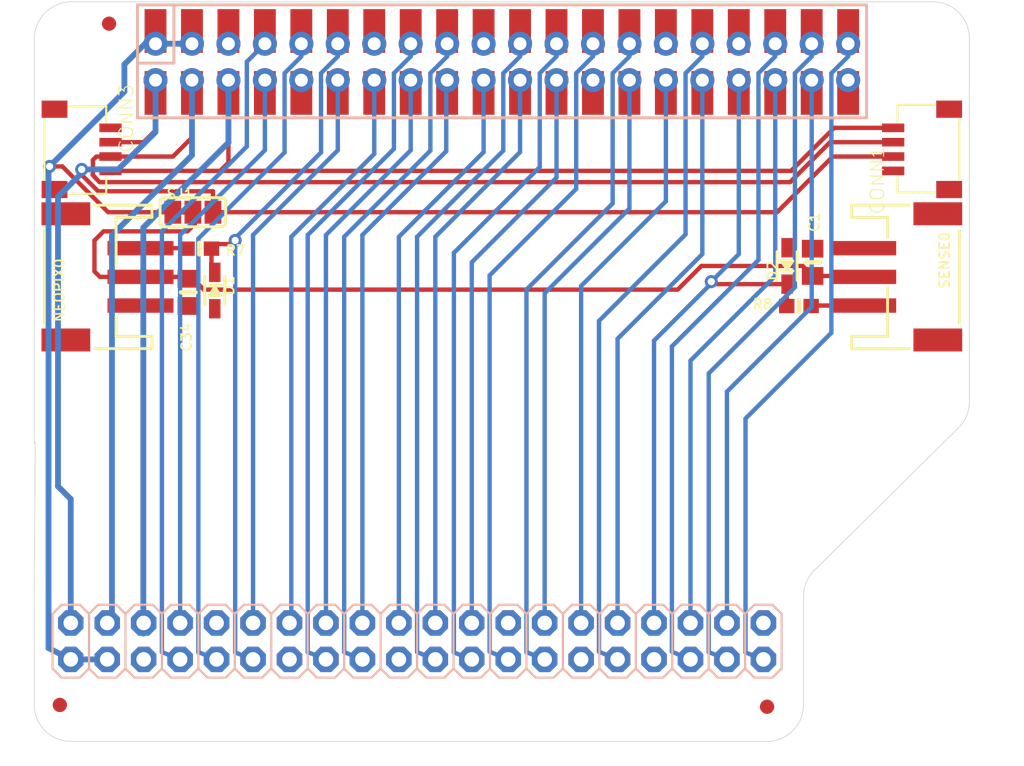
<source format=kicad_pcb>
(kicad_pcb (version 20221018) (generator pcbnew)
  (layers (0 "F.Cu" signal) (31 "B.Cu" signal) (34 "B.Paste" user) (35 "F.Paste" user) (36 "B.SilkS" user "B.Silkscreen") (37 "F.SilkS" user "F.Silkscreen") (38 "B.Mask" user) (39 "F.Mask" user) (44 "Edge.Cuts" user))
  (net 0 "")
  (net 1 "5.0V")
  (net 2 "GPIO4")
  (net 3 "GPIO17")
  (net 4 "GPIO27")
  (net 5 "GPIO22")
  (net 6 "SPI_MOSI")
  (net 7 "SPI_MISO")
  (net 8 "SPI_SCLK")
  (net 9 "GPIO5")
  (net 10 "GPIO6")
  (net 11 "GPIO13")
  (net 12 "GPIO26")
  (net 13 "GND")
  (net 14 "TXD")
  (net 15 "RXD")
  (net 16 "GPIO24")
  (net 17 "GPIO25")
  (net 18 "SPI_CE0")
  (net 19 "SPI_CE1")
  (net 20 "EECLK")
  (net 21 "GPIO16")
  (net 22 "GPIO20")
  (net 23 "GPIO23")
  (net 24 "EEDATA")
  (net 25 "GPIO12")
  (net 26 "GPIO19")
  (net 27 "GPIO21")
  (net 28 "GPIO18")
  (net 29 "3.3V@1")
  (net 30 "3.3V")
  (net 31 "SDA")
  (net 32 "SCL")
  (net 33 "VCC")
  (net 34 "18S")
  (net 35 "13S")
  (net 36 "N$1")
  (footprint "working:SOD-323" (layer "F.Cu") (at 168.3766 97.637959 90)
    (fp_text reference "D2")
    (fp_text value "3.6V")
  )
  (footprint "working:JST_SH4" (layer "F.Cu") (at 118.7196 89.509959 -90)
    (fp_text reference "CONN3")
    (fp_text value "STEMMA_I2C_QT" hide)
  )
  (footprint "" (layer "F.Cu") (at 177.4571 106.464459)
    (fp_text reference "@HOLE2" hide)
    (fp_text value "")
  )
  (footprint "" (layer "F.Cu") (at 119.4816 106.464459)
    (fp_text reference "@HOLE3" hide)
    (fp_text value "")
  )
  (footprint "working:SOLDERJUMPER_2WAY_OPEN_NOPASTE" (layer "F.Cu") (at 126.9746 93.891459)
    (fp_text reference "SJ1")
    (fp_text value "")
  )
  (footprint "" (layer "F.Cu") (at 119.4816 83.477459)
    (fp_text reference "@HOLE0" hide)
    (fp_text value "")
  )
  (footprint "working:RASPI_2X20_THMSMT_TOP" (layer "F.Cu") (at 148.5011 83.413959)
    (fp_text reference "RPI2" hide)
    (fp_text value "RASPBERRYPI_BPLUS_2X20_THMSMT_TOP" hide)
  )
  (footprint "working:0603-NO" (layer "F.Cu") (at 169.2021 100.431959 180)
    (fp_text reference "R8")
    (fp_text value "1K")
  )
  (footprint "" (layer "F.Cu") (at 177.4571 83.413959)
    (fp_text reference "@HOLE1" hide)
    (fp_text value "")
  )
  (footprint "working:JST_SH4" (layer "F.Cu") (at 178.2826 89.509959 90)
    (fp_text reference "CONN1")
    (fp_text value "STEMMA_I2C_QT" hide)
  )
  (footprint "working:0603-NO" (layer "F.Cu") (at 127.4191 96.431459)
    (fp_text reference "R7")
    (fp_text value "1K")
  )
  (footprint "working:FIDUCIAL_1MM" (layer "F.Cu") (at 121.1326 80.746959)
    (fp_text reference "FID3" hide)
    (fp_text value "FIDUCIAL_1MM" hide)
  )
  (footprint "working:FIDUCIAL_1MM" (layer "F.Cu") (at 166.9796 128.371959)
    (fp_text reference "FID2" hide)
    (fp_text value "FIDUCIAL_1MM" hide)
  )
  (footprint "working:SOD-323" (layer "F.Cu") (at 128.4986 99.352459 -90)
    (fp_text reference "D1")
    (fp_text value "3.6V")
  )
  (footprint "working:0805-NO" (layer "F.Cu") (at 170.1546 97.383959 90)
    (fp_text reference "C1")
    (fp_text value "10uF")
  )
  (footprint "working:0805-NO" (layer "F.Cu") (at 126.6571 99.479459 -90)
    (fp_text reference "C34")
    (fp_text value "10uF")
  )
  (footprint "working:JSTPH3" (layer "F.Cu") (at 176.3776 98.399959 -90)
    (fp_text reference "SENSE0")
    (fp_text value "JST PH 3")
  )
  (footprint "working:CYBERDECK_BONNET_TOP" (layer "F.Cu") (at 115.9256 130.784959)
    (fp_text reference "U$2" hide)
    (fp_text value "" hide)
  )
  (footprint "working:JSTPH3" (layer "F.Cu") (at 120.6246 98.399959 90)
    (fp_text reference "NEOPIX0")
    (fp_text value "JST PH 3")
  )
  (footprint "working:FIDUCIAL_1MM" (layer "F.Cu") (at 117.7036 128.244959)
    (fp_text reference "FID1" hide)
    (fp_text value "FIDUCIAL_1MM" hide)
  )
  (footprint "working:2X20" (layer "B.Cu") (at 142.5956 123.799959)
    (fp_text reference "RPI1" hide)
    (fp_text value "RASPBERRYPI_BPLUS_IDC" hide)
  )
  (footprint "working:CYBERDECK_BONNET_BOT" (layer "B.Cu") (at 180.9496 130.784959 180)
    (fp_text reference "U$1" hide)
    (fp_text value "" hide)
  )
  (gr_line (start 118.587368 79.222959) (end 178.5366 79.222959) (stroke (width 0.05)) (layer "Edge.Cuts"))
  (gr_arc (start 181.0766 107.118628) (mid 180.880559 108.097123) (end 180.3227 108.924575) (stroke (width 0.05)) (layer "Edge.Cuts"))
  (gr_line (start 166.9796 130.784959) (end 118.4656 130.784959) (stroke (width 0.05)) (layer "Edge.Cuts"))
  (gr_line (start 180.3227 108.924575) (end 170.2735 118.863344) (stroke (width 0.05)) (layer "Edge.Cuts"))
  (gr_arc (start 115.9256 81.757084) (mid 116.732415 79.939555) (end 118.587368 79.22296) (stroke (width 0.05)) (layer "Edge.Cuts"))
  (gr_arc (start 178.5366 79.222959) (mid 180.332651 79.966908) (end 181.0766 81.762959) (stroke (width 0.05)) (layer "Edge.Cuts"))
  (gr_line (start 169.5196 120.669291) (end 169.5196 128.244959) (stroke (width 0.05)) (layer "Edge.Cuts"))
  (gr_arc (start 169.5196 128.244959) (mid 168.775651 130.04101) (end 166.9796 130.784959) (stroke (width 0.05)) (layer "Edge.Cuts"))
  (gr_arc (start 169.519599 120.66929) (mid 169.71564 119.690795) (end 170.2735 118.863344) (stroke (width 0.05)) (layer "Edge.Cuts"))
  (gr_line (start 115.9256 128.244959) (end 115.9256 120.624959) (stroke (width 0.05)) (layer "Edge.Cuts"))
  (gr_line (start 115.9256 110.020459) (end 115.9256 81.757084) (stroke (width 0.05)) (layer "Edge.Cuts"))
  (gr_line (start 181.0766 81.762959) (end 181.0766 107.118628) (stroke (width 0.05)) (layer "Edge.Cuts"))
  (gr_arc (start 118.4656 130.784959) (mid 116.669549 130.04101) (end 115.9256 128.244959) (stroke (width 0.05)) (layer "Edge.Cuts"))
  (gr_line (start 115.9256 120.624959) (end 115.9891 109.893459) (stroke (width 0.05)) (layer "Edge.Cuts"))
  (segment (start 124.3711 81.256959) (end 124.3711 82.143959) (width 0.3048) (layer "F.Cu") (net 1))
  (segment (start 126.9111 81.256959) (end 126.9111 82.143959) (width 0.3048) (layer "F.Cu") (net 1))
  (segment (start 116.98885 90.700209) (end 117.87785 90.700209) (width 0.3048) (layer "F.Cu") (net 1))
  (segment (start 126.9107 81.256559) (end 126.9111 81.256959) (width 0.3048) (layer "F.Cu") (net 1))
  (segment (start 124.3707 81.256559) (end 124.3711 81.256959) (width 0.3048) (layer "F.Cu") (net 1))
  (segment (start 125.5776 93.891459) (end 121.0691 93.891459) (width 0.3048) (layer "F.Cu") (net 1))
  (segment (start 121.0691 93.891459) (end 117.87785 90.700209) (width 0.3048) (layer "F.Cu") (net 1))
  (via (at 116.98885 90.700209) (size 0.9064) (drill 0.5) (layers "F.Cu" "B.Cu") (net 1))
  (segment (start 122.2001 83.583959) (end 123.6401 82.143959) (width 0.4064) (layer "B.Cu") (net 1))
  (segment (start 122.2001 85.488959) (end 122.2001 83.583959) (width 0.4064) (layer "B.Cu") (net 1))
  (segment (start 116.98885 90.700209) (end 116.9162 90.772859) (width 0.4064) (layer "B.Cu") (net 1))
  (segment (start 123.6401 82.143959) (end 124.3711 82.143959) (width 0.4064) (layer "B.Cu") (net 1))
  (segment (start 116.9162 90.772859) (end 116.9162 124.282559) (width 0.4064) (layer "B.Cu") (net 1))
  (segment (start 118.4656 125.069959) (end 121.0056 125.069959) (width 0.4064) (layer "B.Cu") (net 1))
  (segment (start 124.3711 82.143959) (end 126.9111 82.143959) (width 0.4064) (layer "B.Cu") (net 1))
  (segment (start 122.2001 85.488959) (end 116.98885 90.700209) (width 0.4064) (layer "B.Cu") (net 1))
  (segment (start 116.9162 124.282559) (end 118.4656 125.069959) (width 0.4064) (layer "B.Cu") (net 1))
  (segment (start 131.9907 85.574559) (end 131.9907 84.684359) (width 0.4064) (layer "F.Cu") (net 2))
  (segment (start 131.9907 84.684359) (end 131.9911 84.683959) (width 0.4064) (layer "F.Cu") (net 2))
  (segment (start 126.0856 95.478959) (end 131.9911 89.573459) (width 0.3048) (layer "B.Cu") (net 2))
  (segment (start 131.9911 89.573459) (end 131.9911 84.683959) (width 0.3048) (layer "B.Cu") (net 2))
  (segment (start 126.0856 122.529959) (end 126.0856 95.478959) (width 0.3048) (layer "B.Cu") (net 2))
  (segment (start 137.0707 85.574559) (end 137.0711 85.574159) (width 0.4064) (layer "F.Cu") (net 3))
  (segment (start 137.0711 85.574159) (end 137.0711 84.683959) (width 0.4064) (layer "F.Cu") (net 3))
  (segment (start 131.1656 95.478959) (end 137.0711 89.573459) (width 0.3048) (layer "B.Cu") (net 3))
  (segment (start 137.0711 89.573459) (end 137.0711 84.683959) (width 0.3048) (layer "B.Cu") (net 3))
  (segment (start 131.1656 122.529959) (end 131.1656 95.478959) (width 0.3048) (layer "B.Cu") (net 3))
  (segment (start 139.6107 85.574559) (end 139.6111 85.574159) (width 0.4064) (layer "F.Cu") (net 4))
  (segment (start 139.6111 85.574159) (end 139.6111 84.683959) (width 0.4064) (layer "F.Cu") (net 4))
  (segment (start 133.8326 123.164959) (end 133.8326 95.605959) (width 0.3048) (layer "B.Cu") (net 4))
  (segment (start 133.8326 95.605959) (end 139.6111 89.827459) (width 0.3048) (layer "B.Cu") (net 4))
  (segment (start 133.7056 122.529959) (end 133.8326 123.164959) (width 0.3048) (layer "B.Cu") (net 4))
  (segment (start 139.6111 89.827459) (end 139.6111 84.683959) (width 0.3048) (layer "B.Cu") (net 4))
  (segment (start 142.1511 85.574159) (end 142.1511 84.683959) (width 0.4064) (layer "F.Cu") (net 5))
  (segment (start 142.1507 85.574559) (end 142.1511 85.574159) (width 0.4064) (layer "F.Cu") (net 5))
  (segment (start 136.2456 122.529959) (end 136.2456 95.478959) (width 0.3048) (layer "B.Cu") (net 5))
  (segment (start 142.1511 89.573459) (end 142.1511 84.683959) (width 0.3048) (layer "B.Cu") (net 5))
  (segment (start 136.2456 95.478959) (end 142.1511 89.573459) (width 0.3048) (layer "B.Cu") (net 5))
  (segment (start 147.2311 85.574159) (end 147.2311 84.683959) (width 0.4064) (layer "F.Cu") (net 6))
  (segment (start 147.2307 85.574559) (end 147.2311 85.574159) (width 0.4064) (layer "F.Cu") (net 6))
  (segment (start 147.2311 89.700459) (end 147.2311 84.683959) (width 0.3048) (layer "B.Cu") (net 6))
  (segment (start 141.3256 95.605959) (end 147.2311 89.700459) (width 0.3048) (layer "B.Cu") (net 6))
  (segment (start 141.3256 122.529959) (end 141.3256 95.605959) (width 0.3048) (layer "B.Cu") (net 6))
  (segment (start 149.7711 85.574159) (end 149.7711 84.683959) (width 0.4064) (layer "F.Cu") (net 7))
  (segment (start 149.7707 85.574559) (end 149.7711 85.574159) (width 0.4064) (layer "F.Cu") (net 7))
  (segment (start 143.8656 95.605959) (end 149.7711 89.700459) (width 0.3048) (layer "B.Cu") (net 7))
  (segment (start 143.8656 122.529959) (end 143.8656 95.605959) (width 0.3048) (layer "B.Cu") (net 7))
  (segment (start 149.7711 89.700459) (end 149.7711 84.683959) (width 0.3048) (layer "B.Cu") (net 7))
  (segment (start 152.3111 85.574159) (end 152.3111 84.683959) (width 0.4064) (layer "F.Cu") (net 8))
  (segment (start 152.3107 85.574559) (end 152.3111 85.574159) (width 0.4064) (layer "F.Cu") (net 8))
  (segment (start 146.4056 122.529959) (end 146.4056 97.383959) (width 0.3048) (layer "B.Cu") (net 8))
  (segment (start 146.4056 97.383959) (end 152.3111 91.478459) (width 0.3048) (layer "B.Cu") (net 8))
  (segment (start 152.3111 91.478459) (end 152.3111 84.683959) (width 0.3048) (layer "B.Cu") (net 8))
  (segment (start 159.9307 85.574559) (end 159.9311 85.574159) (width 0.4064) (layer "F.Cu") (net 9))
  (segment (start 159.9311 85.574159) (end 159.9311 84.683959) (width 0.4064) (layer "F.Cu") (net 9))
  (segment (start 154.0256 122.529959) (end 154.0256 99.034959) (width 0.3048) (layer "B.Cu") (net 9))
  (segment (start 159.9311 93.129459) (end 159.9311 84.683959) (width 0.3048) (layer "B.Cu") (net 9))
  (segment (start 154.0256 99.034959) (end 159.9311 93.129459) (width 0.3048) (layer "B.Cu") (net 9))
  (segment (start 162.4711 85.574159) (end 162.4711 84.683959) (width 0.4064) (layer "F.Cu") (net 10))
  (segment (start 162.4707 85.574559) (end 162.4711 85.574159) (width 0.4064) (layer "F.Cu") (net 10))
  (segment (start 162.4711 96.812459) (end 162.4711 84.683959) (width 0.3048) (layer "B.Cu") (net 10))
  (segment (start 156.5656 122.529959) (end 156.5656 102.717959) (width 0.3048) (layer "B.Cu") (net 10))
  (segment (start 156.5656 102.717959) (end 162.4711 96.812459) (width 0.3048) (layer "B.Cu") (net 10))
  (segment (start 168.3521 98.907959) (end 168.3766 98.907959) (width 0.3048) (layer "F.Cu") (net 11))
  (segment (start 168.3766 98.907959) (end 163.0941 98.907959) (width 0.3048) (layer "F.Cu") (net 11))
  (segment (start 165.0111 85.574159) (end 165.0111 84.683959) (width 0.4064) (layer "F.Cu") (net 11))
  (segment (start 165.0107 85.574559) (end 165.0111 85.574159) (width 0.4064) (layer "F.Cu") (net 11))
  (segment (start 163.0941 98.907959) (end 163.0941 98.729459) (width 0.3048) (layer "F.Cu") (net 11))
  (segment (start 168.3521 100.431959) (end 168.3521 98.907959) (width 0.3048) (layer "F.Cu") (net 11))
  (via (at 163.0941 98.729459) (size 0.9064) (drill 0.5) (layers "F.Cu" "B.Cu") (net 11))
  (segment (start 159.1056 122.529959) (end 159.1056 102.844959) (width 0.3048) (layer "B.Cu") (net 11))
  (segment (start 165.0111 96.812459) (end 163.0941 98.729459) (width 0.3048) (layer "B.Cu") (net 11))
  (segment (start 163.0941 98.856459) (end 163.0941 98.729459) (width 0.3048) (layer "B.Cu") (net 11))
  (segment (start 165.0111 84.683959) (end 165.0111 96.812459) (width 0.3048) (layer "B.Cu") (net 11))
  (segment (start 163.0941 98.856459) (end 159.1056 102.844959) (width 0.3048) (layer "B.Cu") (net 11))
  (segment (start 170.0911 85.574159) (end 170.0911 84.683959) (width 0.3048) (layer "F.Cu") (net 12))
  (segment (start 170.0907 85.574559) (end 170.0911 85.574159) (width 0.3048) (layer "F.Cu") (net 12))
  (segment (start 164.1856 122.529959) (end 164.1856 106.400959) (width 0.3048) (layer "B.Cu") (net 12))
  (segment (start 164.1856 106.400959) (end 170.0911 100.495459) (width 0.3048) (layer "B.Cu") (net 12))
  (segment (start 170.0911 100.495459) (end 170.0911 84.683959) (width 0.3048) (layer "B.Cu") (net 12))
  (segment (start 131.9907 81.256559) (end 131.9911 81.256959) (width 0.4064) (layer "F.Cu") (net 14))
  (segment (start 131.9911 81.256959) (end 131.9911 82.143959) (width 0.4064) (layer "F.Cu") (net 14))
  (segment (start 130.7345 89.306059) (end 130.7345 83.400559) (width 0.3048) (layer "B.Cu") (net 14))
  (segment (start 124.8156 95.224959) (end 130.7345 89.306059) (width 0.3048) (layer "B.Cu") (net 14))
  (segment (start 130.7345 83.400559) (end 131.9911 82.143959) (width 0.3048) (layer "B.Cu") (net 14))
  (segment (start 124.8156 124.561959) (end 124.8156 95.224959) (width 0.3048) (layer "B.Cu") (net 14))
  (segment (start 126.0856 125.069959) (end 124.8156 124.561959) (width 0.3048) (layer "B.Cu") (net 14))
  (segment (start 134.5307 81.256559) (end 134.5311 81.256959) (width 0.4064) (layer "F.Cu") (net 15))
  (segment (start 134.5311 81.256959) (end 134.5311 82.143959) (width 0.4064) (layer "F.Cu") (net 15))
  (segment (start 128.6256 125.069959) (end 127.3556 124.561959) (width 0.3048) (layer "B.Cu") (net 15))
  (segment (start 127.3556 124.561959) (end 127.3556 95.732959) (width 0.3048) (layer "B.Cu") (net 15))
  (segment (start 134.5311 83.031591) (end 134.5311 82.143959) (width 0.3048) (layer "B.Cu") (net 15))
  (segment (start 127.3556 95.732959) (end 133.3627 89.725859) (width 0.3048) (layer "B.Cu") (net 15))
  (segment (start 133.3627 84.199991) (end 134.5311 83.031591) (width 0.3048) (layer "B.Cu") (net 15))
  (segment (start 133.3627 89.725859) (end 133.3627 84.199991) (width 0.3048) (layer "B.Cu") (net 15))
  (segment (start 144.6907 81.256559) (end 144.6911 81.256959) (width 0.4064) (layer "F.Cu") (net 16))
  (segment (start 144.6911 81.256959) (end 144.6911 82.143959) (width 0.4064) (layer "F.Cu") (net 16))
  (segment (start 138.7856 125.069959) (end 137.5156 124.561959) (width 0.3048) (layer "B.Cu") (net 16))
  (segment (start 144.6911 83.031591) (end 144.6911 82.143959) (width 0.3048) (layer "B.Cu") (net 16))
  (segment (start 143.5227 89.598859) (end 143.5227 84.199991) (width 0.3048) (layer "B.Cu") (net 16))
  (segment (start 137.5156 124.561959) (end 137.5156 95.605959) (width 0.3048) (layer "B.Cu") (net 16))
  (segment (start 137.5156 95.605959) (end 143.5227 89.598859) (width 0.3048) (layer "B.Cu") (net 16))
  (segment (start 143.5227 84.199991) (end 144.6911 83.031591) (width 0.3048) (layer "B.Cu") (net 16))
  (segment (start 149.7707 81.256559) (end 149.7711 81.256959) (width 0.4064) (layer "F.Cu") (net 17))
  (segment (start 149.7711 81.256959) (end 149.7711 82.143959) (width 0.4064) (layer "F.Cu") (net 17))
  (segment (start 142.5956 124.561959) (end 143.8656 125.069959) (width 0.3048) (layer "B.Cu") (net 17))
  (segment (start 148.6027 89.598859) (end 148.6027 84.199991) (width 0.3048) (layer "B.Cu") (net 17))
  (segment (start 142.5956 124.561959) (end 142.5956 95.605959) (width 0.3048) (layer "B.Cu") (net 17))
  (segment (start 142.5956 95.605959) (end 148.6027 89.598859) (width 0.3048) (layer "B.Cu") (net 17))
  (segment (start 149.7711 83.031591) (end 149.7711 82.143959) (width 0.3048) (layer "B.Cu") (net 17))
  (segment (start 148.6027 84.199991) (end 149.7711 83.031591) (width 0.3048) (layer "B.Cu") (net 17))
  (segment (start 152.3111 81.256959) (end 152.3111 82.143959) (width 0.4064) (layer "F.Cu") (net 18))
  (segment (start 152.3107 81.256559) (end 152.3111 81.256959) (width 0.4064) (layer "F.Cu") (net 18))
  (segment (start 151.1427 84.199991) (end 152.3111 83.031591) (width 0.3048) (layer "B.Cu") (net 18))
  (segment (start 151.1427 90.741859) (end 151.1427 84.199991) (width 0.3048) (layer "B.Cu") (net 18))
  (segment (start 152.3111 83.031591) (end 152.3111 82.143959) (width 0.3048) (layer "B.Cu") (net 18))
  (segment (start 145.161 124.587359) (end 146.4056 125.069959) (width 0.3048) (layer "B.Cu") (net 18))
  (segment (start 145.161 124.587359) (end 145.161 96.723559) (width 0.3048) (layer "B.Cu") (net 18))
  (segment (start 145.161 96.723559) (end 151.1427 90.741859) (width 0.3048) (layer "B.Cu") (net 18))
  (segment (start 154.8511 81.256959) (end 154.8511 82.143959) (width 0.4064) (layer "F.Cu") (net 19))
  (segment (start 154.8507 81.256559) (end 154.8511 81.256959) (width 0.4064) (layer "F.Cu") (net 19))
  (segment (start 153.6827 92.265859) (end 153.6827 84.199991) (width 0.3048) (layer "B.Cu") (net 19))
  (segment (start 153.6827 84.199991) (end 154.8511 83.031591) (width 0.3048) (layer "B.Cu") (net 19))
  (segment (start 154.8511 83.031591) (end 154.8511 82.143959) (width 0.3048) (layer "B.Cu") (net 19))
  (segment (start 147.6502 124.536559) (end 148.9456 125.069959) (width 0.3048) (layer "B.Cu") (net 19))
  (segment (start 147.6502 98.298359) (end 153.6827 92.265859) (width 0.3048) (layer "B.Cu") (net 19))
  (segment (start 147.6502 124.536559) (end 147.6502 98.298359) (width 0.3048) (layer "B.Cu") (net 19))
  (segment (start 157.3907 81.256559) (end 157.3911 81.256959) (width 0.4064) (layer "F.Cu") (net 20))
  (segment (start 157.3911 81.256959) (end 157.3911 82.143959) (width 0.4064) (layer "F.Cu") (net 20))
  (segment (start 157.3911 83.031591) (end 157.3911 82.143959) (width 0.3048) (layer "B.Cu") (net 20))
  (segment (start 156.2227 84.199991) (end 157.3911 83.031591) (width 0.3048) (layer "B.Cu") (net 20))
  (segment (start 151.4856 125.069959) (end 150.2156 124.561959) (width 0.3048) (layer "B.Cu") (net 20))
  (segment (start 150.2156 99.288959) (end 156.2227 93.281859) (width 0.3048) (layer "B.Cu") (net 20))
  (segment (start 156.2227 93.281859) (end 156.2227 84.199991) (width 0.3048) (layer "B.Cu") (net 20))
  (segment (start 150.2156 124.561959) (end 150.2156 99.288959) (width 0.3048) (layer "B.Cu") (net 20))
  (segment (start 167.5507 82.143559) (end 167.5511 82.143959) (width 0.4064) (layer "F.Cu") (net 21))
  (segment (start 167.5507 81.256559) (end 167.5507 82.143559) (width 0.4064) (layer "F.Cu") (net 21))
  (segment (start 160.3502 124.536559) (end 160.3502 103.251359) (width 0.3048) (layer "B.Cu") (net 21))
  (segment (start 167.5511 83.031591) (end 167.5511 82.143959) (width 0.3048) (layer "B.Cu") (net 21))
  (segment (start 166.3827 97.218859) (end 166.3827 84.199991) (width 0.3048) (layer "B.Cu") (net 21))
  (segment (start 160.3502 103.251359) (end 166.3827 97.218859) (width 0.3048) (layer "B.Cu") (net 21))
  (segment (start 160.3502 124.536559) (end 161.6456 125.069959) (width 0.3048) (layer "B.Cu") (net 21))
  (segment (start 166.3827 84.199991) (end 167.5511 83.031591) (width 0.3048) (layer "B.Cu") (net 21))
  (segment (start 170.0907 82.143559) (end 170.0911 82.143959) (width 0.4064) (layer "F.Cu") (net 22))
  (segment (start 170.0907 81.256559) (end 170.0907 82.143559) (width 0.4064) (layer "F.Cu") (net 22))
  (segment (start 168.9227 99.123859) (end 168.9227 84.199991) (width 0.3048) (layer "B.Cu") (net 22))
  (segment (start 168.9227 84.199991) (end 170.0911 83.031591) (width 0.3048) (layer "B.Cu") (net 22))
  (segment (start 162.9156 105.130959) (end 168.9227 99.123859) (width 0.3048) (layer "B.Cu") (net 22))
  (segment (start 170.0911 83.031591) (end 170.0911 82.143959) (width 0.3048) (layer "B.Cu") (net 22))
  (segment (start 164.1856 125.069959) (end 162.9156 124.561959) (width 0.3048) (layer "B.Cu") (net 22))
  (segment (start 162.9156 124.561959) (end 162.9156 105.130959) (width 0.3048) (layer "B.Cu") (net 22))
  (segment (start 142.1507 81.256559) (end 142.1511 81.256959) (width 0.4064) (layer "F.Cu") (net 23))
  (segment (start 142.1511 81.256959) (end 142.1511 82.143959) (width 0.4064) (layer "F.Cu") (net 23))
  (segment (start 134.9756 95.478959) (end 140.9827 89.471859) (width 0.3048) (layer "B.Cu") (net 23))
  (segment (start 142.1511 83.031591) (end 142.1511 82.143959) (width 0.3048) (layer "B.Cu") (net 23))
  (segment (start 140.9827 89.471859) (end 140.9827 84.199991) (width 0.3048) (layer "B.Cu") (net 23))
  (segment (start 136.2456 125.069959) (end 134.9756 124.561959) (width 0.3048) (layer "B.Cu") (net 23))
  (segment (start 134.9756 124.561959) (end 134.9756 95.478959) (width 0.3048) (layer "B.Cu") (net 23))
  (segment (start 140.9827 84.199991) (end 142.1511 83.031591) (width 0.3048) (layer "B.Cu") (net 23))
  (segment (start 157.3907 85.574559) (end 157.3911 85.574159) (width 0.4064) (layer "F.Cu") (net 24))
  (segment (start 157.3911 85.574159) (end 157.3911 84.683959) (width 0.4064) (layer "F.Cu") (net 24))
  (segment (start 151.4856 99.542959) (end 157.3911 93.637459) (width 0.3048) (layer "B.Cu") (net 24))
  (segment (start 151.4856 122.529959) (end 151.4856 99.542959) (width 0.3048) (layer "B.Cu") (net 24))
  (segment (start 157.3911 93.637459) (end 157.3911 84.683959) (width 0.3048) (layer "B.Cu") (net 24))
  (segment (start 162.4711 81.256959) (end 162.4711 82.143959) (width 0.4064) (layer "F.Cu") (net 25))
  (segment (start 162.4707 81.256559) (end 162.4711 81.256959) (width 0.4064) (layer "F.Cu") (net 25))
  (segment (start 155.2702 101.473359) (end 161.3027 95.440859) (width 0.3048) (layer "B.Cu") (net 25))
  (segment (start 155.2702 124.536559) (end 155.2702 101.473359) (width 0.3048) (layer "B.Cu") (net 25))
  (segment (start 161.3027 95.440859) (end 161.3027 84.199991) (width 0.3048) (layer "B.Cu") (net 25))
  (segment (start 162.4711 83.031591) (end 162.4711 82.143959) (width 0.3048) (layer "B.Cu") (net 25))
  (segment (start 161.3027 84.199991) (end 162.4711 83.031591) (width 0.3048) (layer "B.Cu") (net 25))
  (segment (start 155.2702 124.536559) (end 156.5656 125.069959) (width 0.3048) (layer "B.Cu") (net 25))
  (segment (start 167.5511 85.574159) (end 167.5511 84.683959) (width 0.3048) (layer "F.Cu") (net 26))
  (segment (start 167.5507 85.574559) (end 167.5511 85.574159) (width 0.3048) (layer "F.Cu") (net 26))
  (segment (start 167.5511 98.336459) (end 167.5511 84.683959) (width 0.3048) (layer "B.Cu") (net 26))
  (segment (start 161.6456 104.241959) (end 167.5511 98.336459) (width 0.3048) (layer "B.Cu") (net 26))
  (segment (start 161.6456 122.529959) (end 161.6456 104.241959) (width 0.3048) (layer "B.Cu") (net 26))
  (segment (start 172.6307 82.143559) (end 172.6311 82.143959) (width 0.4064) (layer "F.Cu") (net 27))
  (segment (start 172.6307 81.256559) (end 172.6307 82.143559) (width 0.4064) (layer "F.Cu") (net 27))
  (segment (start 172.6311 83.031591) (end 172.6311 82.143959) (width 0.3048) (layer "B.Cu") (net 27))
  (segment (start 165.481 124.587359) (end 166.7256 125.069959) (width 0.3048) (layer "B.Cu") (net 27))
  (segment (start 171.4627 84.199991) (end 172.6311 83.031591) (width 0.3048) (layer "B.Cu") (net 27))
  (segment (start 171.4627 102.298859) (end 171.4627 84.199991) (width 0.3048) (layer "B.Cu") (net 27))
  (segment (start 165.481 124.587359) (end 165.481 108.280559) (width 0.3048) (layer "B.Cu") (net 27))
  (segment (start 165.481 108.280559) (end 171.4627 102.298859) (width 0.3048) (layer "B.Cu") (net 27))
  (segment (start 128.2691 96.431459) (end 128.5866 96.113959) (width 0.3048) (layer "F.Cu") (net 28))
  (segment (start 128.2691 97.852959) (end 128.2691 96.431459) (width 0.3048) (layer "F.Cu") (net 28))
  (segment (start 129.667 96.113959) (end 128.5866 96.113959) (width 0.3048) (layer "F.Cu") (net 28))
  (segment (start 137.0707 81.256559) (end 137.0711 81.256959) (width 0.4064) (layer "F.Cu") (net 28))
  (segment (start 137.0711 81.256959) (end 137.0711 82.143959) (width 0.4064) (layer "F.Cu") (net 28))
  (segment (start 129.667 96.113959) (end 129.921 95.859959) (width 0.3048) (layer "F.Cu") (net 28))
  (segment (start 128.4986 98.082459) (end 128.2691 97.852959) (width 0.3048) (layer "F.Cu") (net 28))
  (via (at 129.921 95.859959) (size 0.9064) (drill 0.5) (layers "F.Cu" "B.Cu") (net 28))
  (segment (start 135.9027 89.725859) (end 135.9027 84.199991) (width 0.3048) (layer "B.Cu") (net 28))
  (segment (start 129.921 95.859959) (end 129.921 124.587359) (width 0.3048) (layer "B.Cu") (net 28))
  (segment (start 129.921 124.587359) (end 131.1656 125.069959) (width 0.3048) (layer "B.Cu") (net 28))
  (segment (start 137.0711 83.031591) (end 137.0711 82.143959) (width 0.3048) (layer "B.Cu") (net 28))
  (segment (start 129.921 95.859959) (end 129.921 95.707559) (width 0.3048) (layer "B.Cu") (net 28))
  (segment (start 135.9027 84.199991) (end 137.0711 83.031591) (width 0.3048) (layer "B.Cu") (net 28))
  (segment (start 129.921 95.707559) (end 135.9027 89.725859) (width 0.3048) (layer "B.Cu") (net 28))
  (segment (start 144.6907 85.574559) (end 144.6911 85.574159) (width 0.4064) (layer "F.Cu") (net 29))
  (segment (start 144.6911 85.574159) (end 144.6911 84.683959) (width 0.4064) (layer "F.Cu") (net 29))
  (segment (start 144.6276 89.636959) (end 144.6276 84.747459) (width 0.3048) (layer "B.Cu") (net 29))
  (segment (start 138.7856 95.478959) (end 144.6276 89.636959) (width 0.3048) (layer "B.Cu") (net 29))
  (segment (start 144.6276 84.747459) (end 144.6911 84.683959) (width 0.3048) (layer "B.Cu") (net 29))
  (segment (start 138.7856 122.529959) (end 138.7856 95.478959) (width 0.3048) (layer "B.Cu") (net 29))
  (segment (start 124.3707 85.574559) (end 124.3707 84.684359) (width 0.4064) (layer "F.Cu") (net 30))
  (segment (start 128.3716 92.430959) (end 120.369862 92.430959) (width 0.3048) (layer "F.Cu") (net 30))
  (segment (start 124.493796 85.674559) (end 124.3707 85.574559) (width 0.1524) (layer "F.Cu") (net 30))
  (segment (start 123.5376 89.009959) (end 124.3591 88.188459) (width 0.3048) (layer "F.Cu") (net 30))
  (segment (start 167.6781 93.891459) (end 128.3716 93.891459) (width 0.3048) (layer "F.Cu") (net 30))
  (segment (start 121.2336 89.009959) (end 123.5376 89.009959) (width 0.3048) (layer "F.Cu") (net 30))
  (segment (start 120.369862 92.430959) (end 119.2276 91.288697) (width 0.3048) (layer "F.Cu") (net 30))
  (segment (start 175.7686 90.009959) (end 171.5596 90.009959) (width 0.3048) (layer "F.Cu") (net 30))
  (segment (start 124.493796 85.674559) (end 124.3591 85.674559) (width 0.1524) (layer "F.Cu") (net 30))
  (segment (start 119.2276 90.906959) (end 119.2276 91.288697) (width 0.3048) (layer "F.Cu") (net 30))
  (segment (start 124.3591 88.188459) (end 124.3591 85.674559) (width 0.3048) (layer "F.Cu") (net 30))
  (segment (start 171.5596 90.009959) (end 167.6781 93.891459) (width 0.3048) (layer "F.Cu") (net 30))
  (segment (start 124.3707 84.684359) (end 124.3711 84.683959) (width 0.4064) (layer "F.Cu") (net 30))
  (segment (start 128.3716 93.891459) (end 128.3716 92.430959) (width 0.3048) (layer "F.Cu") (net 30))
  (via (at 119.2276 90.906959) (size 0.9064) (drill 0.5) (layers "F.Cu" "B.Cu") (net 30))
  (segment (start 124.3711 88.303459) (end 124.3711 84.683959) (width 0.4064) (layer "B.Cu") (net 30))
  (segment (start 118.4656 122.529959) (end 118.4656 113.893959) (width 0.4064) (layer "B.Cu") (net 30))
  (segment (start 117.5766 113.004959) (end 117.5766 92.811959) (width 0.4064) (layer "B.Cu") (net 30))
  (segment (start 121.7676 90.906959) (end 124.3711 88.303459) (width 0.4064) (layer "B.Cu") (net 30))
  (segment (start 119.2276 91.160959) (end 117.5766 92.811959) (width 0.4064) (layer "B.Cu") (net 30))
  (segment (start 119.2276 90.906959) (end 121.7676 90.906959) (width 0.4064) (layer "B.Cu") (net 30))
  (segment (start 119.2276 91.160959) (end 119.2276 90.906959) (width 0.4064) (layer "B.Cu") (net 30))
  (segment (start 118.4656 113.893959) (end 117.5766 113.004959) (width 0.4064) (layer "B.Cu") (net 30))
  (segment (start 175.7686 89.009959) (end 171.373025 89.009959) (width 0.3048) (layer "F.Cu") (net 31))
  (segment (start 120.2516 90.009959) (end 121.2336 90.009959) (width 0.3048) (layer "F.Cu") (net 31))
  (segment (start 119.9896 91.287959) (end 119.9896 91.252859) (width 0.3048) (layer "F.Cu") (net 31))
  (segment (start 125.5856 90.009959) (end 126.9111 88.684459) (width 0.3048) (layer "F.Cu") (net 31))
  (segment (start 168.587025 91.795959) (end 120.477625 91.795959) (width 0.3048) (layer "F.Cu") (net 31))
  (segment (start 119.9896 91.252859) (end 120.011 91.231459) (width 0.3048) (layer "F.Cu") (net 31))
  (segment (start 120.1284 91.446734) (end 120.1284 91.426759) (width 0.3048) (layer "F.Cu") (net 31))
  (segment (start 121.2336 90.009959) (end 125.5856 90.009959) (width 0.3048) (layer "F.Cu") (net 31))
  (segment (start 120.011 91.231459) (end 120.011 90.250559) (width 0.3048) (layer "F.Cu") (net 31))
  (segment (start 126.9111 85.574159) (end 126.9111 84.683959) (width 0.4064) (layer "F.Cu") (net 31))
  (segment (start 126.9111 88.684459) (end 126.9111 84.683959) (width 0.3048) (layer "F.Cu") (net 31))
  (segment (start 171.373025 89.009959) (end 168.587025 91.795959) (width 0.3048) (layer "F.Cu") (net 31))
  (segment (start 120.011 90.250559) (end 120.2516 90.009959) (width 0.3048) (layer "F.Cu") (net 31))
  (segment (start 120.1284 91.426759) (end 119.9896 91.287959) (width 0.3048) (layer "F.Cu") (net 31))
  (segment (start 120.477625 91.795959) (end 120.1284 91.446734) (width 0.3048) (layer "F.Cu") (net 31))
  (segment (start 126.9107 85.574559) (end 126.9111 85.574159) (width 0.4064) (layer "F.Cu") (net 31))
  (segment (start 121.3358 122.961759) (end 121.3358 95.497259) (width 0.4064) (layer "B.Cu") (net 31))
  (segment (start 126.9111 89.921959) (end 126.9111 84.683959) (width 0.4064) (layer "B.Cu") (net 31))
  (segment (start 121.3358 122.961759) (end 121.0056 122.529959) (width 0.4064) (layer "B.Cu") (net 31))
  (segment (start 121.3358 95.497259) (end 126.9111 89.921959) (width 0.4064) (layer "B.Cu") (net 31))
  (segment (start 121.2336 91.009959) (end 128.8796 91.009959) (width 0.3048) (layer "F.Cu") (net 32))
  (segment (start 168.6546 91.009959) (end 171.6546 88.009959) (width 0.3048) (layer "F.Cu") (net 32))
  (segment (start 129.4507 85.574559) (end 129.4511 85.574159) (width 0.4064) (layer "F.Cu") (net 32))
  (segment (start 129.4511 90.438459) (end 129.4511 84.683959) (width 0.3048) (layer "F.Cu") (net 32))
  (segment (start 129.4511 85.574159) (end 129.4511 84.683959) (width 0.4064) (layer "F.Cu") (net 32))
  (segment (start 128.8796 91.009959) (end 129.4511 90.438459) (width 0.3048) (layer "F.Cu") (net 32))
  (segment (start 128.8796 91.009959) (end 168.6546 91.009959) (width 0.3048) (layer "F.Cu") (net 32))
  (segment (start 171.6546 88.009959) (end 175.7686 88.009959) (width 0.3048) (layer "F.Cu") (net 32))
  (segment (start 123.5456 122.529959) (end 123.5202 123.266559) (width 0.4064) (layer "B.Cu") (net 32))
  (segment (start 123.5202 123.266559) (end 123.5202 94.963859) (width 0.4064) (layer "B.Cu") (net 32))
  (segment (start 123.5202 94.963859) (end 129.4511 89.032959) (width 0.4064) (layer "B.Cu") (net 32))
  (segment (start 129.4511 89.032959) (end 129.4511 84.683959) (width 0.4064) (layer "B.Cu") (net 32))
  (segment (start 170.1546 98.333959) (end 173.6776 98.333959) (width 0.3048) (layer "F.Cu") (net 33))
  (segment (start 126.5276 98.399959) (end 126.6571 98.529459) (width 0.3048) (layer "F.Cu") (net 33))
  (segment (start 123.3246 98.399959) (end 120.4976 98.399959) (width 0.3048) (layer "F.Cu") (net 33))
  (segment (start 120.1166 95.859959) (end 120.7516 95.224959) (width 0.3048) (layer "F.Cu") (net 33))
  (segment (start 120.4976 98.399959) (end 120.1166 98.018959) (width 0.3048) (layer "F.Cu") (net 33))
  (segment (start 123.3246 98.399959) (end 126.5276 98.399959) (width 0.3048) (layer "F.Cu") (net 33))
  (segment (start 169.4586 97.637959) (end 170.1546 98.333959) (width 0.3048) (layer "F.Cu") (net 33))
  (segment (start 120.7516 95.224959) (end 126.5936 95.224959) (width 0.3048) (layer "F.Cu") (net 33))
  (segment (start 126.5936 95.224959) (end 127.1016 94.716959) (width 0.3048) (layer "F.Cu") (net 33))
  (segment (start 120.1166 98.018959) (end 120.1166 95.859959) (width 0.3048) (layer "F.Cu") (net 33))
  (segment (start 127.1016 94.716959) (end 127.1016 94.018459) (width 0.3048) (layer "F.Cu") (net 33))
  (segment (start 162.4076 97.637959) (end 169.4586 97.637959) (width 0.3048) (layer "F.Cu") (net 33))
  (segment (start 126.6571 98.529459) (end 126.9771 98.529459) (width 0.3048) (layer "F.Cu") (net 33))
  (segment (start 126.9771 98.529459) (end 127.7366 99.288959) (width 0.3048) (layer "F.Cu") (net 33))
  (segment (start 127.1016 94.018459) (end 126.9746 93.891459) (width 0.3048) (layer "F.Cu") (net 33))
  (segment (start 127.7366 99.288959) (end 160.7566 99.288959) (width 0.3048) (layer "F.Cu") (net 33))
  (segment (start 173.6776 98.333959) (end 173.6776 98.399959) (width 0.3048) (layer "F.Cu") (net 33))
  (segment (start 160.7566 99.288959) (end 162.4076 97.637959) (width 0.3048) (layer "F.Cu") (net 33))
  (segment (start 123.3246 96.399959) (end 126.5376 96.399959) (width 0.3048) (layer "F.Cu") (net 34))
  (segment (start 126.5376 96.399959) (end 126.5691 96.431459) (width 0.3048) (layer "F.Cu") (net 34))
  (segment (start 170.0521 100.399959) (end 170.0521 100.431959) (width 0.3048) (layer "F.Cu") (net 35))
  (segment (start 173.6776 100.399959) (end 170.0521 100.399959) (width 0.3048) (layer "F.Cu") (net 35))
  (segment (start 125.9586 93.954959) (end 126.4666 93.954959) (width 0.2032) (layer "F.Cu") (net 36))
)
</source>
